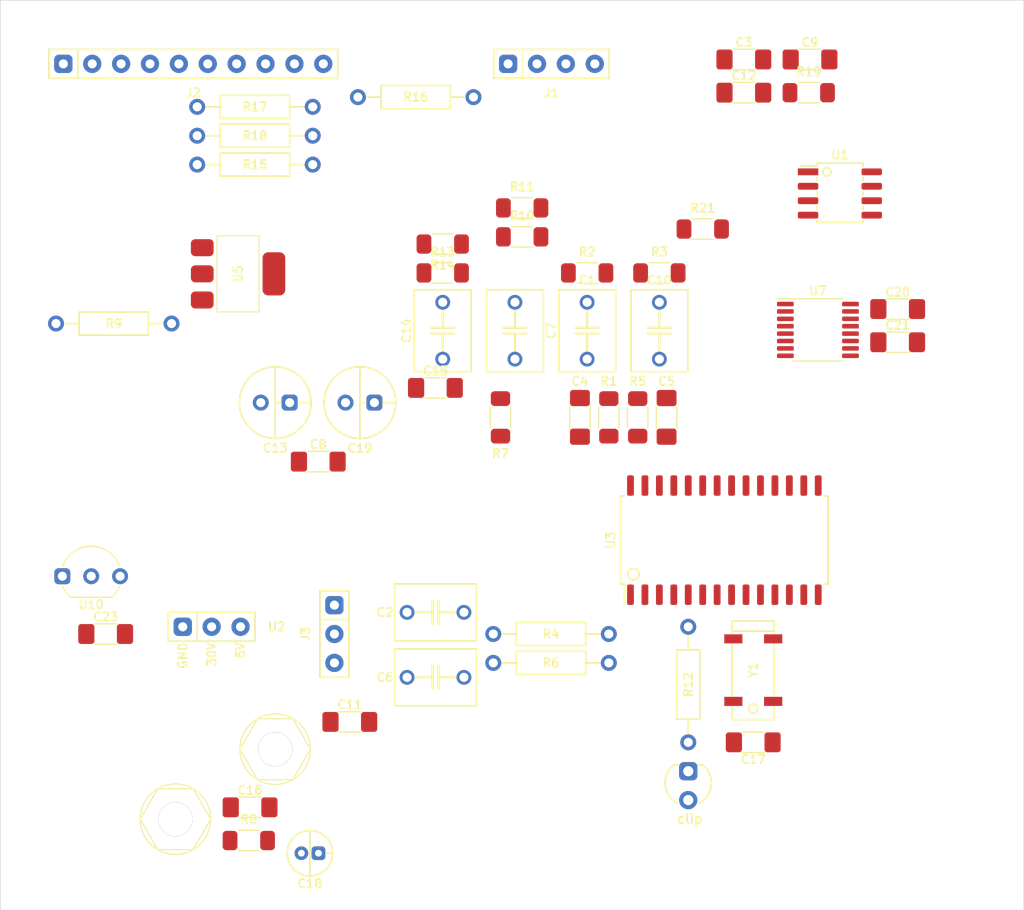
<source format=kicad_pcb>
(kicad_pcb (version 20211014) (generator pcbnew)
  (layers (0 "F.Cu" signal) (31 "B.Cu" signal) (34 "B.Paste" user) (35 "F.Paste" user) (36 "B.SilkS" user "B.Silkscreen") (37 "F.SilkS" user "F.Silkscreen") (38 "B.Mask" user) (39 "F.Mask" user) (44 "Edge.Cuts" user))
  (net 0 "")
  (net 1 "/FVL")
  (net 2 "Net-(C1-Pad2)")
  (net 3 "Net-(C2-Pad1)")
  (net 4 "INL")
  (net 5 "GND")
  (net 6 "Net-(C3-Pad2)")
  (net 7 "/FVR")
  (net 8 "Net-(C6-Pad1)")
  (net 9 "INR")
  (net 10 "Net-(C7-Pad2)")
  (net 11 "+5V")
  (net 12 "/REFP")
  (net 13 "Net-(C10-Pad2)")
  (net 14 "/MID")
  (net 15 "+3V3")
  (net 16 "+24V")
  (net 17 "Net-(C14-Pad2)")
  (net 18 "Net-(C16-Pad2)")
  (net 19 "Net-(C17-Pad2)")
  (net 20 "Net-(D1-Pad1)")
  (net 21 "/OUTL")
  (net 22 "/OUTR")
  (net 23 "/POT0")
  (net 24 "/POT1")
  (net 25 "/POT2")
  (net 26 "/S0")
  (net 27 "/S1")
  (net 28 "/S2")
  (net 29 "/T0")
  (net 30 "/SCL")
  (net 31 "/SDA")
  (net 34 "Net-(R1-Pad2)")
  (net 35 "/A1")
  (net 36 "Net-(R19-Pad1)")
  (net 37 "Net-(R5-Pad2)")
  (net 38 "/B1")
  (net 39 "/A2")
  (net 40 "Net-(R11-Pad2)")
  (net 41 "Net-(R12-Pad2)")
  (net 42 "/B2")
  (net 43 "VGND")
  (net 44 "Net-(U3-Pad10)")
  (footprint "myAmp:R_10MM" (layer "F.Cu") (at 138.43 85.725)
    (fp_text reference "R4" (at 0 0) (layer "F.SilkS") (effects (font (size 0.75 0.75))))
    (fp_text value "1K" hide)
    (pad "1" thru_hole circle (at -5.08 0) (size 1.4 1.4) (drill 0.8) (layers *.Cu *.Mask) (net 3 "Net-(C2-Pad1)"))
    (pad "2" thru_hole circle (at 5.08 0) (size 1.4 1.4) (drill 0.8) (layers *.Cu *.Mask) (net 6 "Net-(C3-Pad2)"))
  )
  (footprint "myAmp:CPOL_D6.3_P2.5" (layer "F.Cu") (at 121.625 65.38)
    (fp_text reference "C19" (at 0 4) (layer "F.SilkS") (effects (font (size 0.75 0.75))))
    (fp_text value "100µF")
    (pad "1" thru_hole circle (at -1.27 0) (size 1.4 1.4) (drill 0.8) (layers *.Cu *.Mask) (net 15 "+3V3"))
    (pad "2" thru_hole roundrect (at 1.27 0) (size 1.4 1.4) (drill 0.8) (layers *.Cu *.Mask) (net 5 "GND"))
  )
  (footprint "myAmp:PWR_CONN" (layer "F.Cu") (at 108.585 85.09)
    (fp_text reference "U2" (at 5.715 0) (layer "F.SilkS") (effects (font (size 0.75 0.75))))
    (fp_text value "PWR_CONN" hide)
    (fp_text user "5V" (at 2.54 1.3 90 unlocked) (layer "F.SilkS") (effects (font (size 0.75 0.75)) (justify right)))
    (fp_text user "30V" (at 0 1.3 90 unlocked) (layer "F.SilkS") (effects (font (size 0.75 0.75)) (justify right)))
    (fp_text user "GND" (at -2.54 1.3 90 unlocked) (layer "F.SilkS") (effects (font (size 0.75 0.75)) (justify right)))
    (pad "1" thru_hole roundrect (at -2.54 0) (size 1.6 1.6) (drill 0.8) (layers *.Cu *.Mask) (net 5 "GND"))
    (pad "2" thru_hole circle (at 0 0) (size 1.6 1.6) (drill 0.8) (layers *.Cu *.Mask) (net 16 "+24V"))
    (pad "3" thru_hole circle (at 2.54 0) (size 1.6 1.6) (drill 0.8) (layers *.Cu *.Mask) (net 11 "+5V"))
  )
  (footprint "myAmp:R_10MM" (layer "F.Cu") (at 112.395 41.91)
    (fp_text reference "R18" (at 0 0) (layer "F.SilkS") (effects (font (size 0.75 0.75))))
    (fp_text value "10K" hide)
    (pad "1" thru_hole circle (at -5.08 0) (size 1.4 1.4) (drill 0.8) (layers *.Cu *.Mask) (net 26 "/S0"))
    (pad "2" thru_hole circle (at 5.08 0) (size 1.4 1.4) (drill 0.8) (layers *.Cu *.Mask) (net 5 "GND"))
  )
  (footprint "myAmp:MountingHole" (layer "F.Cu") (at 114.1725 95.855)
    (fp_text reference "J4" hide)
    (fp_text value "HOLE" hide)
    (pad "1" thru_hole circle locked (at 0 0) (size 3 3) (drill 3) (layers *.Cu *.Mask))
  )
  (footprint "myAmp:R_1206" (layer "F.Cu") (at 135.89 48.26)
    (fp_text reference "R11" (at 0 -1.85) (layer "F.SilkS") (effects (font (size 0.75 0.75))))
    (fp_text value "10K" hide)
    (pad "1" smd roundrect locked (at -1.65 0) (size 1.3 1.7) (layers "F.Cu" "F.Paste" "F.Mask") (net 39 "/A2"))
    (pad "2" smd roundrect locked (at 1.65 0) (size 1.3 1.7) (layers "F.Cu" "F.Paste" "F.Mask") (net 40 "Net-(R11-Pad2)"))
  )
  (footprint "myAmp:R_10MM" (layer "F.Cu") (at 138.43 88.265)
    (fp_text reference "R6" (at 0 0) (layer "F.SilkS") (effects (font (size 0.75 0.75))))
    (fp_text value "1K" hide)
    (pad "1" thru_hole circle (at -5.08 0) (size 1.4 1.4) (drill 0.8) (layers *.Cu *.Mask) (net 8 "Net-(C6-Pad1)"))
    (pad "2" thru_hole circle (at 5.08 0) (size 1.4 1.4) (drill 0.8) (layers *.Cu *.Mask) (net 18 "Net-(C16-Pad2)"))
  )
  (footprint "myAmp:R_10MM" (layer "F.Cu") (at 112.395 44.45)
    (fp_text reference "R15" (at 0 0) (layer "F.SilkS") (effects (font (size 0.75 0.75))))
    (fp_text value "10K" hide)
    (pad "1" thru_hole circle (at -5.08 0) (size 1.4 1.4) (drill 0.8) (layers *.Cu *.Mask) (net 28 "/S2"))
    (pad "2" thru_hole circle (at 5.08 0) (size 1.4 1.4) (drill 0.8) (layers *.Cu *.Mask) (net 5 "GND"))
  )
  (footprint "myAmp:C_1206" (layer "F.Cu") (at 99.265 85.725)
    (fp_text reference "C23" (at 0 -1.5) (layer "F.SilkS") (effects (font (size 0.75 0.75))))
    (fp_text value "100nF" hide)
    (pad "1" smd roundrect locked (at -1.7 0) (size 1.425 1.75) (layers "F.Cu" "F.Paste" "F.Mask") (roundrect_rratio 0.175) (net 5 "GND"))
    (pad "2" smd roundrect locked (at 1.7 0) (size 1.425 1.75) (layers "F.Cu" "F.Paste" "F.Mask") (roundrect_rratio 0.175) (net 11 "+5V"))
  )
  (footprint "myAmp:SOIC-28_7.5x17.9mm_Pitch1.27mm" (layer "F.Cu") (at 153.67 77.47 90)
    (fp_text reference "U3" (at 0 -10 90) (layer "F.SilkS") (effects (font (size 0.75 0.75))))
    (fp_text value "FV-1")
    (pad "1" smd roundrect locked (at -4.8 -8.255 90) (size 1.8 0.6) (layers "F.Cu" "F.Paste" "F.Mask") (net 6 "Net-(C3-Pad2)"))
    (pad "2" smd roundrect locked (at -4.8 -6.985 90) (size 1.8 0.6) (layers "F.Cu" "F.Paste" "F.Mask") (net 18 "Net-(C16-Pad2)"))
    (pad "3" smd roundrect locked (at -4.8 -5.715 90) (size 1.8 0.6) (layers "F.Cu" "F.Paste" "F.Mask") (net 14 "/MID"))
    (pad "4" smd roundrect locked (at -4.8 -4.445 90) (size 1.8 0.6) (layers "F.Cu" "F.Paste" "F.Mask") (net 5 "GND"))
    (pad "5" smd roundrect locked (at -4.8 -3.175 90) (size 1.8 0.6) (layers "F.Cu" "F.Paste" "F.Mask") (net 41 "Net-(R12-Pad2)"))
    (pad "6" smd roundrect locked (at -4.8 -1.905 90) (size 1.8 0.6) (layers "F.Cu" "F.Paste" "F.Mask") (net 15 "+3V3"))
    (pad "7" smd roundrect locked (at -4.8 -0.635 90) (size 1.8 0.6) (layers "F.Cu" "F.Paste" "F.Mask") (net 5 "GND"))
    (pad "8" smd roundrect locked (at -4.8 0.635 90) (size 1.8 0.6) (layers "F.Cu" "F.Paste" "F.Mask") (net 15 "+3V3"))
    (pad "9" smd roundrect locked (at -4.8 1.905 90) (size 1.8 0.6) (layers "F.Cu" "F.Paste" "F.Mask") (net 19 "Net-(C17-Pad2)"))
    (pad "10" smd roundrect locked (at -4.8 3.175 90) (size 1.8 0.6) (layers "F.Cu" "F.Paste" "F.Mask") (net 44 "Net-(U3-Pad10)"))
    (pad "11" smd roundrect locked (at -4.8 4.445 90) (size 1.8 0.6) (layers "F.Cu" "F.Paste" "F.Mask") (net 5 "GND"))
    (pad "12" smd roundrect locked (at -4.8 5.715 90) (size 1.8 0.6) (layers "F.Cu" "F.Paste" "F.Mask") (net 5 "GND"))
    (pad "13" smd roundrect locked (at -4.8 6.985 90) (size 1.8 0.6) (layers "F.Cu" "F.Paste" "F.Mask") (net 29 "/T0"))
    (pad "14" smd roundrect locked (at -4.8 8.255 90) (size 1.8 0.6) (layers "F.Cu" "F.Paste" "F.Mask") (net 30 "/SCL"))
    (pad "15" smd roundrect locked (at 4.8 8.255 90) (size 1.8 0.6) (layers "F.Cu" "F.Paste" "F.Mask") (net 31 "/SDA"))
    (pad "16" smd roundrect locked (at 4.8 6.985 90) (size 1.8 0.6) (layers "F.Cu" "F.Paste" "F.Mask") (net 26 "/S0"))
    (pad "17" smd roundrect locked (at 4.8 5.715 90) (size 1.8 0.6) (layers "F.Cu" "F.Paste" "F.Mask") (net 27 "/S1"))
    (pad "18" smd roundrect locked (at 4.8 4.445 90) (size 1.8 0.6) (layers "F.Cu" "F.Paste" "F.Mask") (net 28 "/S2"))
    (pad "19" smd roundrect locked (at 4.8 3.175 90) (size 1.8 0.6) (layers "F.Cu" "F.Paste" "F.Mask") (net 5 "GND"))
    (pad "20" smd roundrect locked (at 4.8 1.905 90) (size 1.8 0.6) (layers "F.Cu" "F.Paste" "F.Mask") (net 23 "/POT0"))
    (pad "21" smd roundrect locked (at 4.8 0.635 90) (size 1.8 0.6) (layers "F.Cu" "F.Paste" "F.Mask") (net 24 "/POT1"))
    (pad "22" smd roundrect locked (at 4.8 -0.635 90) (size 1.8 0.6) (layers "F.Cu" "F.Paste" "F.Mask") (net 25 "/POT2"))
    (pad "23" smd roundrect locked (at 4.8 -1.905 90) (size 1.8 0.6) (layers "F.Cu" "F.Paste" "F.Mask") (net 15 "+3V3"))
    (pad "24" smd roundrect locked (at 4.8 -3.175 90) (size 1.8 0.6) (layers "F.Cu" "F.Paste" "F.Mask") (net 5 "GND"))
    (pad "25" smd roundrect locked (at 4.8 -4.445 90) (size 1.8 0.6) (layers "F.Cu" "F.Paste" "F.Mask") (net 5 "GND"))
    (pad "26" smd roundrect locked (at 4.8 -5.715 90) (size 1.8 0.6) (layers "F.Cu" "F.Paste" "F.Mask") (net 12 "/REFP"))
    (pad "27" smd roundrect locked (at 4.8 -6.985 90) (size 1.8 0.6) (layers "F.Cu" "F.Paste" "F.Mask") (net 37 "Net-(R5-Pad2)"))
    (pad "28" smd roundrect locked (at 4.8 -8.255 90) (size 1.8 0.6) (layers "F.Cu" "F.Paste" "F.Mask") (net 34 "Net-(R1-Pad2)"))
  )
  (footprint "myAmp:C_1206" (layer "F.Cu") (at 161.2025 35.205)
    (fp_text reference "C9" (at 0 -1.5) (layer "F.SilkS") (effects (font (size 0.75 0.75))))
    (fp_text value "1µF" hide)
    (pad "1" smd roundrect locked (at -1.7 0) (size 1.425 1.75) (layers "F.Cu" "F.Paste" "F.Mask") (roundrect_rratio 0.175) (net 12 "/REFP"))
    (pad "2" smd roundrect locked (at 1.7 0) (size 1.425 1.75) (layers "F.Cu" "F.Paste" "F.Mask") (roundrect_rratio 0.175) (net 5 "GND"))
  )
  (footprint "myAmp:R_10MM" (layer "F.Cu") (at 99.98 58.426)
    (fp_text reference "R9" (at 0 0) (layer "F.SilkS") (effects (font (size 0.75 0.75))))
    (fp_text value "100" hide)
    (pad "1" thru_hole circle (at -5.08 0) (size 1.4 1.4) (drill 0.8) (layers *.Cu *.Mask) (net 15 "+3V3"))
    (pad "2" thru_hole circle (at 5.08 0) (size 1.4 1.4) (drill 0.8) (layers *.Cu *.Mask) (net 12 "/REFP"))
  )
  (footprint "myAmp:R_1206" (layer "F.Cu") (at 128.905 53.975)
    (fp_text reference "R13" (at 0 -1.85) (layer "F.SilkS") (effects (font (size 0.75 0.75))))
    (fp_text value "10K" hide)
    (pad "1" smd roundrect locked (at -1.65 0) (size 1.3 1.7) (layers "F.Cu" "F.Paste" "F.Mask") (net 17 "Net-(C14-Pad2)"))
    (pad "2" smd roundrect locked (at 1.65 0) (size 1.3 1.7) (layers "F.Cu" "F.Paste" "F.Mask") (net 42 "/B2"))
  )
  (footprint "myAmp:SOIC-8_3.9x4.9mm_P1.27mm" (layer "F.Cu") (at 163.83 46.99)
    (fp_text reference "U1" (at 0 -3.4) (layer "F.SilkS") (effects (font (size 0.75 0.75))))
    (fp_text value "OPA1642")
    (pad "1" smd rect locked (at -2.8 -1.905) (size 1.8 0.6) (layers "F.Cu" "F.Paste" "F.Mask") (net 22 "/OUTR"))
    (pad "2" smd roundrect locked (at -2.8 -0.635) (size 1.8 0.6) (layers "F.Cu" "F.Paste" "F.Mask") (net 40 "Net-(R11-Pad2)"))
    (pad "3" smd roundrect locked (at -2.8 0.635) (size 1.8 0.6) (layers "F.Cu" "F.Paste" "F.Mask") (net 43 "VGND"))
    (pad "4" smd roundrect locked (at -2.8 1.905) (size 1.8 0.6) (layers "F.Cu" "F.Paste" "F.Mask") (net 5 "GND"))
    (pad "5" smd roundrect locked (at 2.8 1.905) (size 1.8 0.6) (layers "F.Cu" "F.Paste" "F.Mask") (net 43 "VGND"))
    (pad "6" smd roundrect locked (at 2.8 0.635) (size 1.8 0.6) (layers "F.Cu" "F.Paste" "F.Mask") (net 36 "Net-(R19-Pad1)"))
    (pad "7" smd roundrect locked (at 2.8 -0.635) (size 1.8 0.6) (layers "F.Cu" "F.Paste" "F.Mask") (net 21 "/OUTL"))
    (pad "8" smd roundrect locked (at 2.8 -1.905) (size 1.8 0.6) (layers "F.Cu" "F.Paste" "F.Mask") (net 11 "+5V"))
  )
  (footprint "myAmp:C_1206" (layer "F.Cu") (at 155.3825 35.205)
    (fp_text reference "C3" (at 0 -1.5) (layer "F.SilkS") (effects (font (size 0.75 0.75))))
    (fp_text value "1nF" hide)
    (pad "1" smd roundrect locked (at -1.7 0) (size 1.425 1.75) (layers "F.Cu" "F.Paste" "F.Mask") (roundrect_rratio 0.175) (net 5 "GND"))
    (pad "2" smd roundrect locked (at 1.7 0) (size 1.425 1.75) (layers "F.Cu" "F.Paste" "F.Mask") (roundrect_rratio 0.175) (net 6 "Net-(C3-Pad2)"))
  )
  (footprint "myAmp:SOT-223" (layer "F.Cu") (at 110.91 54.055)
    (fp_text reference "U5" (at 0 0 -90) (layer "F.SilkS") (effects (font (size 0.75 0.75))))
    (fp_text value "LM1117 3V3" hide)
    (pad "1" smd roundrect locked (at -3.15 -2.3) (size 2 1.5) (layers "F.Cu" "F.Paste" "F.Mask") (net 5 "GND"))
    (pad "2" smd roundrect locked (at 3.15 0) (size 2 3.8) (layers "F.Cu" "F.Paste" "F.Mask") (net 15 "+3V3"))
    (pad "2" smd roundrect locked (at -3.15 0) (size 2 1.5) (layers "F.Cu" "F.Paste" "F.Mask") (net 15 "+3V3"))
    (pad "3" smd roundrect locked (at -3.15 2.3) (size 2 1.5) (layers "F.Cu" "F.Paste" "F.Mask") (net 11 "+5V"))
  )
  (footprint "myAmp:C_FILM_L7.2mm_W5.0mm_P5.00mm" (layer "F.Cu") (at 128.27 89.535 180)
    (fp_text reference "C6" (at 4.445 0) (layer "F.SilkS") (effects (font (size 0.75 0.75))))
    (fp_text value "1µF" hide)
    (pad "1" thru_hole circle (at -2.5 0 180) (size 1.3 1.3) (drill 0.8) (layers *.Cu *.Mask) (net 8 "Net-(C6-Pad1)"))
    (pad "2" thru_hole circle (at 2.5 0 180) (size 1.3 1.3) (drill 0.8) (layers *.Cu *.Mask) (net 9 "INR"))
  )
  (footprint "myAmp:R_1206" (layer "F.Cu") (at 111.8525 103.885)
    (fp_text reference "R8" (at 0 -1.85) (layer "F.SilkS") (effects (font (size 0.75 0.75))))
    (fp_text value "10K" hide)
    (pad "1" smd roundrect locked (at -1.65 0) (size 1.3 1.7) (layers "F.Cu" "F.Paste" "F.Mask") (net 38 "/B1"))
    (pad "2" smd roundrect locked (at 1.65 0) (size 1.3 1.7) (layers "F.Cu" "F.Paste" "F.Mask") (net 36 "Net-(R19-Pad1)"))
  )
  (footprint "myAmp:R_1206" (layer "F.Cu") (at 141.605 53.975)
    (fp_text reference "R2" (at 0 -1.85) (layer "F.SilkS") (effects (font (size 0.75 0.75))))
    (fp_text value "10K" hide)
    (pad "1" smd roundrect locked (at -1.65 0) (size 1.3 1.7) (layers "F.Cu" "F.Paste" "F.Mask") (net 2 "Net-(C1-Pad2)"))
    (pad "2" smd roundrect locked (at 1.65 0) (size 1.3 1.7) (layers "F.Cu" "F.Paste" "F.Mask") (net 35 "/A1"))
  )
  (footprint "myAmp:R_10MM" (layer "F.Cu") (at 112.395 39.37)
    (fp_text reference "R17" (at 0 0) (layer "F.SilkS") (effects (font (size 0.75 0.75))))
    (fp_text value "10K" hide)
    (pad "1" thru_hole circle (at -5.08 0) (size 1.4 1.4) (drill 0.8) (layers *.Cu *.Mask) (net 29 "/T0"))
    (pad "2" thru_hole circle (at 5.08 0) (size 1.4 1.4) (drill 0.8) (layers *.Cu *.Mask) (net 5 "GND"))
  )
  (footprint "myAmp:LED_D3.0mm" (layer "F.Cu") (at 150.495 99.06 90)
    (fp_text reference "D1" hide)
    (fp_text value "clip" (at -2.921 0.127) (layer "F.SilkS") (effects (font (size 0.8128 0.8128) (thickness 0.1524))))
    (pad "1" thru_hole roundrect (at 1.27 0 90) (size 1.6 1.6) (drill 0.9) (layers *.Cu *.Mask) (net 20 "Net-(D1-Pad1)"))
    (pad "2" thru_hole circle (at -1.27 0 90) (size 1.6 1.6) (drill 0.9) (layers *.Cu *.Mask) (net 15 "+3V3"))
  )
  (footprint "myAmp:TO-92_Inline_Wide" (layer "F.Cu") (at 97.995 80.645)
    (fp_text reference "U10" (at 0 2.5 180) (layer "F.SilkS") (effects (font (size 0.75 0.75))))
    (fp_text value "TLE2426" hide)
    (pad "1" thru_hole roundrect (at -2.54 0 90) (size 1.4 1.4) (drill 0.8) (layers *.Cu *.Mask) (net 43 "VGND"))
    (pad "2" thru_hole circle (at 0 0 90) (size 1.4 1.4) (drill 0.8) (layers *.Cu *.Mask) (net 5 "GND"))
    (pad "3" thru_hole circle (at 2.54 0 90) (size 1.4 1.4) (drill 0.8) (layers *.Cu *.Mask) (net 11 "+5V"))
  )
  (footprint "myAmp:PIN_1x03" (layer "F.Cu") (at 119.38 85.725 -90)
    (fp_text reference "J3" (at 0 2.54 90) (layer "F.SilkS") (effects (font (size 0.75 0.75))))
    (fp_text value "CONN_01X03")
    (pad "1" thru_hole roundrect locked (at -2.54 0 270) (size 1.6 1.6) (drill 0.8) (layers *.Cu *.Mask) (net 5 "GND"))
    (pad "2" thru_hole circle locked (at 0 0 270) (size 1.6 1.6) (drill 0.8) (layers *.Cu *.Mask) (net 4 "INL"))
    (pad "3" thru_hole circle locked (at 2.54 0 270) (size 1.6 1.6) (drill 0.8) (layers *.Cu *.Mask) (net 9 "INR"))
  )
  (footprint "myAmp:R_1206" (layer "F.Cu") (at 161.09 38.125)
    (fp_text reference "R19" (at 0 -1.85) (layer "F.SilkS") (effects (font (size 0.75 0.75))))
    (fp_text value "22k" hide)
    (pad "1" smd roundrect locked (at -1.65 0) (size 1.3 1.7) (layers "F.Cu" "F.Paste" "F.Mask") (net 36 "Net-(R19-Pad1)"))
    (pad "2" smd roundrect locked (at 1.65 0) (size 1.3 1.7) (layers "F.Cu" "F.Paste" "F.Mask") (net 21 "/OUTL"))
  )
  (footprint "myAmp:C_FILM_L7.2mm_W5.0mm_P5.00mm" (layer "F.Cu") (at 147.955 59.055 90)
    (fp_text reference "C10" (at 4.445 0 180) (layer "F.SilkS") (effects (font (size 0.75 0.75))))
    (fp_text value "1µF" hide)
    (pad "1" thru_hole circle (at -2.5 0 90) (size 1.3 1.3) (drill 0.8) (layers *.Cu *.Mask) (net 7 "/FVR"))
    (pad "2" thru_hole circle (at 2.5 0 90) (size 1.3 1.3) (drill 0.8) (layers *.Cu *.Mask) (net 13 "Net-(C10-Pad2)"))
  )
  (footprint "myAmp:CPOL_D6.3_P2.5" (layer "F.Cu") (at 114.175 65.38)
    (fp_text reference "C13" (at 0 4) (layer "F.SilkS") (effects (font (size 0.75 0.75))))
    (fp_text value "10µF")
    (pad "1" thru_hole circle (at -1.27 0) (size 1.4 1.4) (drill 0.8) (layers *.Cu *.Mask) (net 16 "+24V"))
    (pad "2" thru_hole roundrect (at 1.27 0) (size 1.4 1.4) (drill 0.8) (layers *.Cu *.Mask) (net 5 "GND"))
  )
  (footprint "myAmp:R_1206" (layer "F.Cu") (at 135.89 50.8)
    (fp_text reference "R10" (at 0 -1.85) (layer "F.SilkS") (effects (font (size 0.75 0.75))))
    (fp_text value "10K" hide)
    (pad "1" smd roundrect locked (at -1.65 0) (size 1.3 1.7) (layers "F.Cu" "F.Paste" "F.Mask") (net 13 "Net-(C10-Pad2)"))
    (pad "2" smd roundrect locked (at 1.65 0) (size 1.3 1.7) (layers "F.Cu" "F.Paste" "F.Mask") (net 39 "/A2"))
  )
  (footprint "myAmp:TSSOP-16_4.4x5mm_P0.65mm" (layer "F.Cu") (at 161.8975 58.985)
    (fp_text reference "U7" (at 0 -3.45 180) (layer "F.SilkS") (effects (font (size 0.75 0.75))))
    (fp_text value "AD5142A" hide)
    (pad "1" smd roundrect (at -2.8625 -2.275) (size 1.475 0.4) (layers "F.Cu" "F.Paste" "F.Mask") (net 5 "GND"))
    (pad "2" smd roundrect (at -2.8625 -1.625) (size 1.475 0.4) (layers "F.Cu" "F.Paste" "F.Mask") (net 15 "+3V3"))
    (pad "3" smd roundrect (at -2.8625 -0.975) (size 1.475 0.4) (layers "F.Cu" "F.Paste" "F.Mask") (net 5 "GND"))
    (pad "4" smd roundrect (at -2.8625 -0.325) (size 1.475 0.4) (layers "F.Cu" "F.Paste" "F.Mask") (net 35 "/A1"))
    (pad "5" smd roundrect (at -2.8625 0.325) (size 1.475 0.4) (layers "F.Cu" "F.Paste" "F.Mask") (net 43 "VGND"))
    (pad "6" smd roundrect (at -2.8625 0.975) (size 1.475 0.4) (layers "F.Cu" "F.Paste" "F.Mask") (net 38 "/B1"))
    (pad "7" smd roundrect (at -2.8625 1.625) (size 1.475 0.4) (layers "F.Cu" "F.Paste" "F.Mask") (net 5 "GND"))
    (pad "8" smd roundrect (at -2.8625 2.275) (size 1.475 0.4) (layers "F.Cu" "F.Paste" "F.Mask") (net 39 "/A2"))
    (pad "9" smd roundrect (at 2.8625 2.275) (size 1.475 0.4) (layers "F.Cu" "F.Paste" "F.Mask") (net 43 "VGND"))
    (pad "10" smd roundrect (at 2.8625 1.625) (size 1.475 0.4) (layers "F.Cu" "F.Paste" "F.Mask") (net 42 "/B2"))
    (pad "11" smd roundrect (at 2.8625 0.975) (size 1.475 0.4) (layers "F.Cu" "F.Paste" "F.Mask") (net 11 "+5V"))
    (pad "12" smd roundrect (at 2.8625 0.325) (size 1.475 0.4) (layers "F.Cu" "F.Paste" "F.Mask") (net 15 "+3V3"))
    (pad "13" smd roundrect (at 2.8625 -0.325) (size 1.475 0.4) (layers "F.Cu" "F.Paste" "F.Mask") (net 30 "/SCL"))
    (pad "14" smd roundrect (at 2.8625 -0.975) (size 1.475 0.4) (layers "F.Cu" "F.Paste" "F.Mask") (net 31 "/SDA"))
    (pad "15" smd roundrect (at 2.8625 -1.625) (size 1.475 0.4) (layers "F.Cu" "F.Paste" "F.Mask") (net 5 "GND"))
    (pad "16" smd roundrect (at 2.8625 -2.275) (size 1.475 0.4) (layers "F.Cu" "F.Paste" "F.Mask") (net 5 "GND"))
  )
  (footprint "myAmp:R_1206" (layer "F.Cu") (at 128.905 51.435 180)
    (fp_text reference "R14" (at 0 -1.85) (layer "F.SilkS") (effects (font (size 0.75 0.75))))
    (fp_text value "10K" hide)
    (pad "1" smd roundrect locked (at -1.65 0 180) (size 1.3 1.7) (layers "F.Cu" "F.Paste" "F.Mask") (net 42 "/B2"))
    (pad "2" smd roundrect locked (at 1.65 0 180) (size 1.3 1.7) (layers "F.Cu" "F.Paste" "F.Mask") (net 40 "Net-(R11-Pad2)"))
  )
  (footprint "myAmp:PIN_1x10" (layer "F.Cu") (at 106.975 35.59)
    (fp_text reference "J2" (at 0 2.54) (layer "F.SilkS") (effects (font (size 0.75 0.75))))
    (fp_text value "CONN_01X10")
    (pad "1" thru_hole roundrect (at -11.43 0) (size 1.6 1.6) (drill 0.8) (layers *.Cu *.Mask) (net 5 "GND"))
    (pad "2" thru_hole circle (at -8.89 0) (size 1.6 1.6) (drill 0.8) (layers *.Cu *.Mask) (net 23 "/POT0"))
    (pad "3" thru_hole circle (at -6.35 0) (size 1.6 1.6) (drill 0.8) (layers *.Cu *.Mask) (net 24 "/POT1"))
    (pad "4" thru_hole circle (at -3.81 0) (size 1.6 1.6) (drill 0.8) (layers *.Cu *.Mask) (net 25 "/POT2"))
    (pad "5" thru_hole circle (at -1.27 0) (size 1.6 1.6) (drill 0.8) (layers *.Cu *.Mask) (net 26 "/S0"))
    (pad "6" thru_hole circle (at 1.27 0) (size 1.6 1.6) (drill 0.8) (layers *.Cu *.Mask) (net 27 "/S1"))
    (pad "7" thru_hole circle (at 3.81 0) (size 1.6 1.6) (drill 0.8) (layers *.Cu *.Mask) (net 28 "/S2"))
    (pad "8" thru_hole circle (at 6.35 0) (size 1.6 1.6) (drill 0.8) (layers *.Cu *.Mask) (net 29 "/T0"))
    (pad "9" thru_hole circle (at 8.89 0) (size 1.6 1.6) (drill 0.8) (layers *.Cu *.Mask) (net 30 "/SCL"))
    (pad "10" thru_hole circle (at 11.43 0) (size 1.6 1.6) (drill 0.8) (layers *.Cu *.Mask) (net 31 "/SDA"))
  )
  (footprint "myAmp:C_1206" (layer "F.Cu") (at 128.2625 64.085)
    (fp_text reference "C15" (at 0 -1.5) (layer "F.SilkS") (effects (font (size 0.75 0.75))))
    (fp_text value "100nF" hide)
    (pad "1" smd roundrect locked (at -1.7 0) (size 1.425 1.75) (layers "F.Cu" "F.Paste" "F.Mask") (roundrect_rratio 0.175) (net 5 "GND"))
    (pad "2" smd roundrect locked (at 1.7 0) (size 1.425 1.75) (layers "F.Cu" "F.Paste" "F.Mask") (roundrect_rratio 0.175) (net 15 "+3V3"))
  )
  (footprint "myAmp:C_FILM_L7.2mm_W5.0mm_P5.00mm" (layer "F.Cu") (at 128.27 83.82 180)
    (fp_text reference "C2" (at 4.445 0) (layer "F.SilkS") (effects (font (size 0.75 0.75))))
    (fp_text value "1µF" hide)
    (pad "1" thru_hole circle (at -2.5 0 180) (size 1.3 1.3) (drill 0.8) (layers *.Cu *.Mask) (net 3 "Net-(C2-Pad1)"))
    (pad "2" thru_hole circle (at 2.5 0 180) (size 1.3 1.3) (drill 0.8) (layers *.Cu *.Mask) (net 4 "INL"))
  )
  (footprint "myAmp:R_1206" (layer "F.Cu") (at 147.955 53.975)
    (fp_text reference "R3" (at 0 -1.85) (layer "F.SilkS") (effects (font (size 0.75 0.75))))
    (fp_text value "10K" hide)
    (pad "1" smd roundrect locked (at -1.65 0) (size 1.3 1.7) (layers "F.Cu" "F.Paste" "F.Mask") (net 35 "/A1"))
    (pad "2" smd roundrect locked (at 1.65 0) (size 1.3 1.7) (layers "F.Cu" "F.Paste" "F.Mask") (net 36 "Net-(R19-Pad1)"))
  )
  (footprint "myAmp:C_1206" (layer "F.Cu") (at 156.21 95.25 180)
    (fp_text reference "C17" (at 0 -1.5 180) (layer "F.SilkS") (effects (font (size 0.75 0.75))))
    (fp_text value "15pF" hide)
    (pad "1" smd roundrect locked (at -1.7 0 180) (size 1.425 1.75) (layers "F.Cu" "F.Paste" "F.Mask") (roundrect_rratio 0.175) (net 5 "GND"))
    (pad "2" smd roundrect locked (at 1.7 0 180) (size 1.425 1.75) (layers "F.Cu" "F.Paste" "F.Mask") (roundrect_rratio 0.175) (net 19 "Net-(C17-Pad2)"))
  )
  (footprint "myAmp:R_1206" (layer "F.Cu") (at 143.51 66.675 -90)
    (fp_text reference "R1" (at -3.175 0 180) (layer "F.SilkS") (effects (font (size 0.75 0.75))))
    (fp_text value "1K" hide)
    (pad "1" smd roundrect locked (at -1.65 0 270) (size 1.3 1.7) (layers "F.Cu" "F.Paste" "F.Mask") (net 1 "/FVL"))
    (pad "2" smd roundrect locked (at 1.65 0 270) (size 1.3 1.7) (layers "F.Cu" "F.Paste" "F.Mask") (net 34 "Net-(R1-Pad2)"))
  )
  (footprint "myAmp:C_1206" (layer "F.Cu") (at 140.97 66.675 -90)
    (fp_text reference "C4" (at -3.175 0 180) (layer "F.SilkS") (effects (font (size 0.75 0.75))))
    (fp_text value "10nF" hide)
    (pad "1" smd roundrect locked (at -1.7 0 270) (size 1.425 1.75) (layers "F.Cu" "F.Paste" "F.Mask") (roundrect_rratio 0.175) (net 1 "/FVL"))
    (pad "2" smd roundrect locked (at 1.7 0 270) (size 1.425 1.75) (layers "F.Cu" "F.Paste" "F.Mask") (roundrect_rratio 0.175) (net 5 "GND"))
  )
  (footprint "myAmp:MountingHole" (layer "F.Cu") (at 105.4025 102.005)
    (fp_text reference "J5" hide)
    (fp_text value "HOLE" hide)
    (pad "1" thru_hole circle locked (at 0 0) (size 3 3) (drill 3) (layers *.Cu *.Mask))
  )
  (footprint "myAmp:R_1206" (layer "F.Cu") (at 151.77 50.115)
    (fp_text reference "R21" (at 0 -1.85) (layer "F.SilkS") (effects (font (size 0.75 0.75))))
    (fp_text value "22k" hide)
    (pad "1" smd roundrect locked (at -1.65 0) (size 1.3 1.7) (layers "F.Cu" "F.Paste" "F.Mask") (net 40 "Net-(R11-Pad2)"))
    (pad "2" smd roundrect locked (at 1.65 0) (size 1.3 1.7) (layers "F.Cu" "F.Paste" "F.Mask") (net 22 "/OUTR"))
  )
  (footprint "myAmp:C_1206" (layer "F.Cu") (at 111.965 100.965)
    (fp_text reference "C16" (at 0 -1.5) (layer "F.SilkS") (effects (font (size 0.75 0.75))))
    (fp_text value "1nF" hide)
    (pad "1" smd roundrect locked (at -1.7 0) (size 1.425 1.75) (layers "F.Cu" "F.Paste" "F.Mask") (roundrect_rratio 0.175) (net 5 "GND"))
    (pad "2" smd roundrect locked (at 1.7 0) (size 1.425 1.75) (layers "F.Cu" "F.Paste" "F.Mask") (roundrect_rratio 0.175) (net 18 "Net-(C16-Pad2)"))
  )
  (footprint "myAmp:C_1206" (layer "F.Cu") (at 120.735 93.455)
    (fp_text reference "C11" (at 0 -1.5) (layer "F.SilkS") (effects (font (size 0.75 0.75))))
    (fp_text value "1µF" hide)
    (pad "1" smd roundrect locked (at -1.7 0) (size 1.425 1.75) (layers "F.Cu" "F.Paste" "F.Mask") (roundrect_rratio 0.175) (net 5 "GND"))
    (pad "2" smd roundrect locked (at 1.7 0) (size 1.425 1.75) (layers "F.Cu" "F.Paste" "F.Mask") (roundrect_rratio 0.175) (net 14 "/MID"))
  )
  (footprint "myAmp:QUARTZ_85SMX" (layer "F.Cu") (at 156.21 88.9 -90)
    (fp_text reference "Y1" (at 0 0 90) (layer "F.SilkS") (effects (font (size 0.75 0.75))))
    (fp_text value "32768Hz")
    (pad "1" smd rect locked (at -2.75 1.75 270) (size 0.8 1.6) (layers "F.Cu" "F.Paste" "F.Mask") (net 19 "Net-(C17-Pad2)"))
    (pad "2" smd rect locked (at -2.75 -1.75 270) (size 0.8 1.6) (layers "F.Cu" "F.Paste" "F.Mask") (net 44 "Net-(U3-Pad10)"))
    (pad "3" smd rect locked (at 2.75 1.75 270) (size 0.8 1.6) (layers "F.Cu" "F.Paste" "F.Mask"))
    (pad "4" smd rect locked (at 2.75 -1.75 270) (size 0.8 1.6) (layers "F.Cu" "F.Paste" "F.Mask"))
  )
  (footprint "myAmp:C_1206" (layer "F.Cu") (at 117.9625 70.565)
    (fp_text reference "C8" (at 0 -1.5) (layer "F.SilkS") (effects (font (size 0.75 0.75))))
    (fp_text value "100nF" hide)
    (pad "1" smd roundrect locked (at -1.7 0) (size 1.425 1.75) (layers "F.Cu" "F.Paste" "F.Mask") (roundrect_rratio 0.175) (net 5 "GND"))
    (pad "2" smd roundrect locked (at 1.7 0) (size 1.425 1.75) (layers "F.Cu" "F.Paste" "F.Mask") (roundrect_rratio 0.175) (net 11 "+5V"))
  )
  (footprint "myAmp:CPOL_D4_P1.5" (layer "F.Cu") (at 117.2275 105)
    (fp_text reference "C18" (at 0 2.667) (layer "F.SilkS") (effects (font (size 0.75 0.75))))
    (fp_text value "10µF")
    (pad "1" thru_hole circle (at -0.75 0) (size 1.2 1.2) (drill 0.6) (layers *.Cu *.Mask) (net 11 "+5V"))
    (pad "2" thru_hole roundrect (at 0.75 0) (size 1.2 1.2) (drill 0.6) (layers *.Cu *.Mask) (net 5 "GND"))
  )
  (footprint "myAmp:C_1206" (layer "F.Cu") (at 148.59 66.675 -90)
    (fp_text reference "C5" (at -3.175 0 180) (layer "F.SilkS") (effects (font (size 0.75 0.75))))
    (fp_text value "10nF" hide)
    (pad "1" smd roundrect locked (at -1.7 0 270) (size 1.425 1.75) (layers "F.Cu" "F.Paste" "F.Mask") (roundrect_rratio 0.175) (net 7 "/FVR"))
    (pad "2" smd roundrect locked (at 1.7 0 270) (size 1.425 1.75) (layers "F.Cu" "F.Paste" "F.Mask") (roundrect_rratio 0.175) (net 5 "GND"))
  )
  (footprint "myAmp:R_10MM" (layer "F.Cu") (at 150.495 90.17 90)
    (fp_text reference "R12" (at 0 0 90) (layer "F.SilkS") (effects (font (size 0.75 0.75))))
    (fp_text value "100" hide)
    (pad "1" thru_hole circle (at -5.08 0 90) (size 1.4 1.4) (drill 0.8) (layers *.Cu *.Mask) (net 20 "Net-(D1-Pad1)"))
    (pad "2" thru_hole circle (at 5.08 0 90) (size 1.4 1.4) (drill 0.8) (layers *.Cu *.Mask) (net 41 "Net-(R12-Pad2)"))
  )
  (footprint "myAmp:R_1206" (layer "F.Cu") (at 133.985 66.675 -90)
    (fp_text reference "R7" (at 3.175 0 180) (layer "F.SilkS") (effects (font (size 0.75 0.75))))
    (fp_text value "10K" hide)
    (pad "1" smd roundrect locked (at -1.65 0 270) (size 1.3 1.7) (layers "F.Cu" "F.Paste" "F.Mask") (net 10 "Net-(C7-Pad2)"))
    (pad "2" smd roundrect locked (at 1.65 0 270) (size 1.3 1.7) (layers "F.Cu" "F.Paste" "F.Mask") (net 38 "/B1"))
  )
  (footprint "myAmp:C_FILM_L7.2mm_W5.0mm_P5.00mm" (layer "F.Cu") (at 141.605 59.055 90)
    (fp_text reference "C1" (at 4.445 0 180) (layer "F.SilkS") (effects (font (size 0.75 0.75))))
    (fp_text value "1µF" hide)
    (pad "1" thru_hole circle (at -2.5 0 90) (size 1.3 1.3) (drill 0.8) (layers *.Cu *.Mask) (net 1 "/FVL"))
    (pad "2" thru_hole circle (at 2.5 0 90) (size 1.3 1.3) (drill 0.8) (layers *.Cu *.Mask) (net 2 "Net-(C1-Pad2)"))
  )
  (footprint "myAmp:C_1206" (layer "F.Cu") (at 168.91 60.07)
    (fp_text reference "C21" (at 0 -1.5) (layer "F.SilkS") (effects (font (size 0.75 0.75))))
    (fp_text value "100nF" hide)
    (pad "1" smd roundrect locked (at -1.7 0) (size 1.425 1.75) (layers "F.Cu" "F.Paste" "F.Mask") (roundrect_rratio 0.175) (net 5 "GND"))
    (pad "2" smd roundrect locked (at 1.7 0) (size 1.425 1.75) (layers "F.Cu" "F.Paste" "F.Mask") (roundrect_rratio 0.175) (net 11 "+5V"))
  )
  (footprint "myAmp:R_10MM" (layer "F.Cu") (at 126.53 38.516)
    (fp_text reference "R16" (at 0 0) (layer "F.SilkS") (effects (font (size 0.75 0.75))))
    (fp_text value "10K" hide)
    (pad "1" thru_hole circle (at -5.08 0) (size 1.4 1.4) (drill 0.8) (layers *.Cu *.Mask) (net 5 "GND"))
    (pad "2" thru_hole circle (at 5.08 0) (size 1.4 1.4) (drill 0.8) (layers *.Cu *.Mask) (net 27 "/S1"))
  )
  (footprint "myAmp:PIN_1x04" (layer "F.Cu") (at 138.465 35.59)
    (fp_text reference "J1" (at 0 2.54) (layer "F.SilkS") (effects (font (size 0.75 0.75))))
    (fp_text value "CONN_01X04")
    (pad "1" thru_hole roundrect locked (at -3.81 0) (size 1.6 1.6) (drill 0.8) (layers *.Cu *.Mask) (net 5 "GND"))
    (pad "2" thru_hole circle locked (at -1.27 0) (size 1.6 1.6) (drill 0.8) (layers *.Cu *.Mask) (net 21 "/OUTL"))
    (pad "3" thru_hole circle locked (at 1.27 0) (size 1.6 1.6) (drill 0.8) (layers *.Cu *.Mask) (net 5 "GND"))
    (pad "4" thru_hole circle locked (at 3.81 0) (size 1.6 1.6) (drill 0.8) (layers *.Cu *.Mask) (net 22 "/OUTR"))
  )
  (footprint "myAmp:C_FILM_L7.2mm_W5.0mm_P5.00mm" (layer "F.Cu") (at 128.905 59.055 90)
    (fp_text reference "C14" (at 0 -3.175 90) (layer "F.SilkS") (effects (font (size 0.75 0.75))))
    (fp_text value "1µF" hide)
    (pad "1" thru_hole circle (at -2.5 0 90) (size 1.3 1.3) (drill 0.8) (layers *.Cu *.Mask) (net 9 "INR"))
    (pad "2" thru_hole circle (at 2.5 0 90) (size 1.3 1.3) (drill 0.8) (layers *.Cu *.Mask) (net 17 "Net-(C14-Pad2)"))
  )
  (footprint "myAmp:C_1206" (layer "F.Cu") (at 168.91 57.15)
    (fp_text reference "C20" (at 0 -1.5) (layer "F.SilkS") (effects (font (size 0.75 0.75))))
    (fp_text value "100nF" hide)
    (pad "1" smd roundrect locked (at -1.7 0) (size 1.425 1.75) (layers "F.Cu" "F.Paste" "F.Mask") (roundrect_rratio 0.175) (net 5 "GND"))
    (pad "2" smd roundrect locked (at 1.7 0) (size 1.425 1.75) (layers "F.Cu" "F.Paste" "F.Mask") (roundrect_rratio 0.175) (net 15 "+3V3"))
  )
  (footprint "myAmp:C_1206" (layer "F.Cu") (at 155.3825 38.125)
    (fp_text reference "C12" (at 0 -1.5) (layer "F.SilkS") (effects (font (size 0.75 0.75))))
    (fp_text value "100nF" hide)
    (pad "1" smd roundrect locked (at -1.7 0) (size 1.425 1.75) (layers "F.Cu" "F.Paste" "F.Mask") (roundrect_rratio 0.175) (net 15 "+3V3"))
    (pad "2" smd roundrect locked (at 1.7 0) (size 1.425 1.75) (layers "F.Cu" "F.Paste" "F.Mask") (roundrect_rratio 0.175) (net 5 "GND"))
  )
  (footprint "myAmp:R_1206" (layer "F.Cu") (at 146.05 66.675 -90)
    (fp_text reference "R5" (at -3.175 0 180) (layer "F.SilkS") (effects (font (size 0.75 0.75))))
    (fp_text value "1K" hide)
    (pad "1" smd roundrect locked (at -1.65 0 270) (size 1.3 1.7) (layers "F.Cu" "F.Paste" "F.Mask") (net 7 "/FVR"))
    (pad "2" smd roundrect locked (at 1.65 0 270) (size 1.3 1.7) (layers "F.Cu" "F.Paste" "F.Mask") (net 37 "Net-(R5-Pad2)"))
  )
  (footprint "myAmp:C_FILM_L7.2mm_W5.0mm_P5.00mm" (layer "F.Cu") (at 135.255 59.055 -90)
    (fp_text reference "C7" (at 0 -3.175 90) (layer "F.SilkS") (effects (font (size 0.75 0.75))))
    (fp_text value "1µF" hide)
    (pad "1" thru_hole circle (at -2.5 0 270) (size 1.3 1.3) (drill 0.8) (layers *.Cu *.Mask) (net 4 "INL"))
    (pad "2" thru_hole circle (at 2.5 0 270) (size 1.3 1.3) (drill 0.8) (layers *.Cu *.Mask) (net 10 "Net-(C7-Pad2)"))
  )
  (gr_line (start 180 110) (end 180 30) (layer "Edge.Cuts") (width 0.05))
  (gr_line (start 90 110) (end 180 110) (layer "Edge.Cuts") (width 0.05))
  (gr_line (start 90 30) (end 90 110) (layer "Edge.Cuts") (width 0.05))
  (gr_line (start 180 30) (end 90 30) (layer "Edge.Cuts") (width 0.05))
)
</source>
